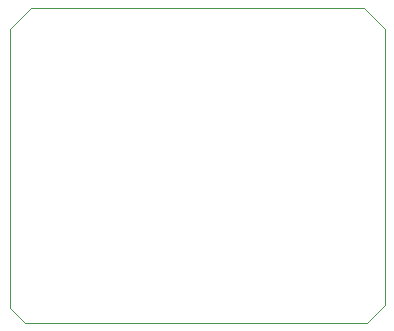
<source format=gbr>
G04*
G04 #@! TF.GenerationSoftware,Altium Limited,Altium Designer,25.1.2 (22)*
G04*
G04 Layer_Color=0*
%FSLAX24Y24*%
%MOIN*%
G70*
G04*
G04 #@! TF.SameCoordinates,545F9C5F-1BCE-4890-BA7A-5F1D09497C19*
G04*
G04*
G04 #@! TF.FilePolarity,Positive*
G04*
G01*
G75*
%ADD28C,0.0010*%
D28*
X18900Y37900D02*
X18400Y38400D01*
Y47700D01*
X19100Y48400D01*
X30200D01*
X30900Y47700D01*
Y38500D01*
X30300Y37900D01*
X18900D01*
M02*

</source>
